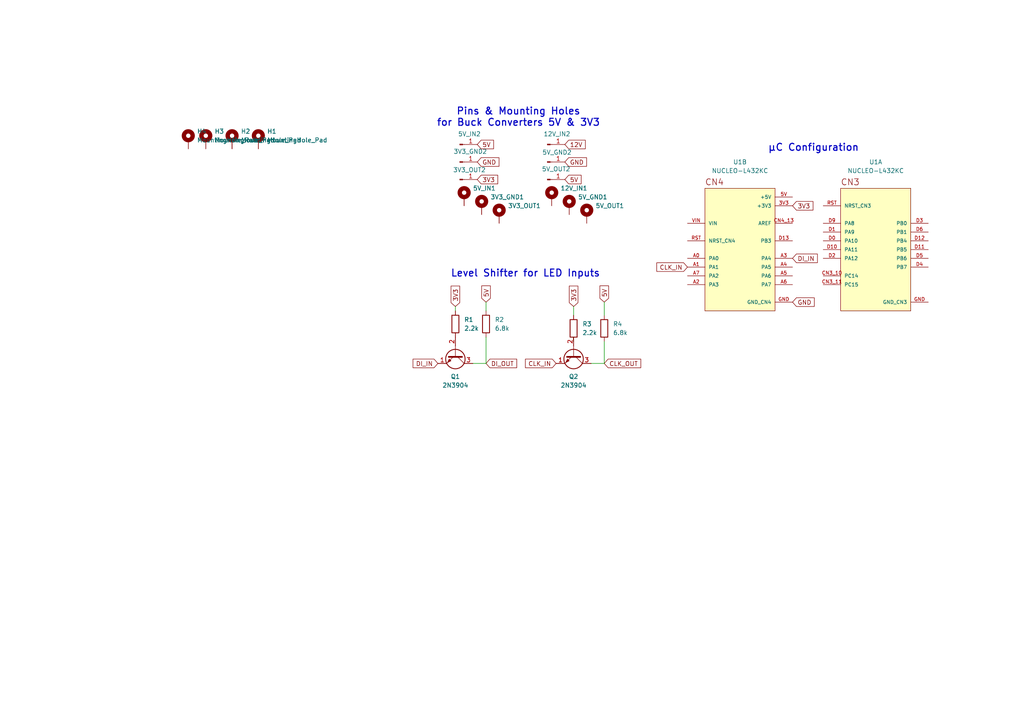
<source format=kicad_sch>
(kicad_sch (version 20250114) (generator "eeschema") (generator_version "9.0")
  (paper "A4")
  (title_block (title "HoloFan"))
  (lib_symbols
    (symbol "Connector:Conn_01x01_Pin" (pin_names (offset 1.016) (hide yes))
      (property "Reference" "J" (at 0 2.54 0))
      (property "Value" "Conn_01x01_Pin" (at 0 -2.54 0))
      (symbol "Conn_01x01_Pin_1_1"
        (rectangle (start 0.8636 0.127) (end 0 -0.127) (stroke (width 0.1524)) (fill (type outline)))
        (polyline (pts (xy 1.27 0) (xy 0.8636 0)) (stroke (width 0.1524)))
        (pin passive line (at 5.08 0 180) (length 3.81) (name "Pin_1") (number "1"))
      )
    )
    (symbol "Device:R" (pin_numbers (hide yes)) (pin_names (offset 0))
      (property "Reference" "R" (at 2.032 0 90))
      (property "Value" "R" (at 0 0 90))
      (symbol "R_0_1"
        (rectangle (start -1.016 -2.54) (end 1.016 2.54) (stroke (width 0.254)))
      )
      (symbol "R_1_1"
        (pin passive line (at 0 3.81 270) (length 1.27) (name "~") (number "1"))
        (pin passive line (at 0 -3.81 90) (length 1.27) (name "~") (number "2"))
      )
    )
    (symbol "Mechanical:MountingHole_Pad" (pin_numbers (hide yes)) (pin_names (offset 1.016) (hide yes)) (in_bom no)
      (property "Reference" "H" (at 0 6.35 0))
      (property "Value" "MountingHole_Pad" (at 0 4.445 0))
      (symbol "MountingHole_Pad_0_1"
        (circle (center 0 1.27) (radius 1.27) (stroke (width 1.27)))
      )
      (symbol "MountingHole_Pad_1_1"
        (pin input line (at 0 -2.54 90) (length 2.54) (name "1") (number "1"))
      )
    )
    (symbol "NUCLEO-L432KC:NUCLEO-L432KC" (pin_names (offset 1.016))
      (property "Reference" "U" (at -10.16 21.082 0))
      (property "Value" "NUCLEO-L432KC" (at -10.16 -20.32 0))
      (symbol "NUCLEO-L432KC_1_0"
        (rectangle (start -10.16 -17.78) (end 10.16 17.78) (stroke (width 0.1524)) (fill (type background)))
        (text "CN3" (at -10.16 18.542 0) (effects (font (size 1.778 1.778)) (justify left bottom)))
        (pin bidirectional line (at -15.24 12.7 0) (length 5.08) (name "NRST_CN3") (number "RST"))
        (pin bidirectional line (at -15.24 7.62 0) (length 5.08) (name "PA8") (number "D9"))
        (pin bidirectional line (at -15.24 5.08 0) (length 5.08) (name "PA9") (number "D1"))
        (pin bidirectional line (at -15.24 2.54 0) (length 5.08) (name "PA10") (number "D0"))
        (pin bidirectional line (at -15.24 0 0) (length 5.08) (name "PA11") (number "D10"))
        (pin bidirectional line (at -15.24 -2.54 0) (length 5.08) (name "PA12") (number "D2"))
        (pin bidirectional line (at -15.24 -7.62 0) (length 5.08) (name "PC14") (number "CN3_10"))
        (pin bidirectional line (at -15.24 -10.16 0) (length 5.08) (name "PC15") (number "CN3_11"))
        (pin bidirectional line (at 15.24 7.62 180) (length 5.08) (name "PB0") (number "D3"))
        (pin bidirectional line (at 15.24 5.08 180) (length 5.08) (name "PB1") (number "D6"))
        (pin bidirectional line (at 15.24 2.54 180) (length 5.08) (name "PB4") (number "D12"))
        (pin bidirectional line (at 15.24 0 180) (length 5.08) (name "PB5") (number "D11"))
        (pin bidirectional line (at 15.24 -2.54 180) (length 5.08) (name "PB6") (number "D5"))
        (pin bidirectional line (at 15.24 -5.08 180) (length 5.08) (name "PB7") (number "D4"))
        (pin power_in line (at 15.24 -15.24 180) (length 5.08) (name "GND_CN3") (number "GND"))
      )
      (symbol "NUCLEO-L432KC_2_0"
        (rectangle (start -10.16 -17.78) (end 10.16 17.78) (stroke (width 0.1524)) (fill (type background)))
        (text "CN4" (at -10.16 18.542 0) (effects (font (size 1.778 1.778)) (justify left bottom)))
        (pin input line (at -15.24 7.62 0) (length 5.08) (name "VIN") (number "VIN"))
        (pin bidirectional line (at -15.24 2.54 0) (length 5.08) (name "NRST_CN4") (number "RST"))
        (pin bidirectional line (at -15.24 -2.54 0) (length 5.08) (name "PA0") (number "A0"))
        (pin bidirectional line (at -15.24 -5.08 0) (length 5.08) (name "PA1") (number "A1"))
        (pin bidirectional line (at -15.24 -7.62 0) (length 5.08) (name "PA2") (number "A7"))
        (pin bidirectional line (at -15.24 -10.16 0) (length 5.08) (name "PA3") (number "A2"))
        (pin power_in line (at 15.24 15.24 180) (length 5.08) (name "+5V") (number "5V"))
        (pin power_in line (at 15.24 12.7 180) (length 5.08) (name "+3V3") (number "3V3"))
        (pin bidirectional line (at 15.24 7.62 180) (length 5.08) (name "AREF") (number "CN4_13"))
        (pin bidirectional line (at 15.24 2.54 180) (length 5.08) (name "PB3") (number "D13"))
        (pin bidirectional line (at 15.24 -2.54 180) (length 5.08) (name "PA4") (number "A3"))
        (pin bidirectional line (at 15.24 -5.08 180) (length 5.08) (name "PA5") (number "A4"))
        (pin bidirectional line (at 15.24 -7.62 180) (length 5.08) (name "PA6") (number "A5"))
        (pin bidirectional line (at 15.24 -10.16 180) (length 5.08) (name "PA7") (number "A6"))
        (pin power_in line (at 15.24 -15.24 180) (length 5.08) (name "GND_CN4") (number "GND"))
      )
    )
    (symbol "Transistor_BJT:2N3904" (pin_names (offset 0) (hide yes))
      (property "Reference" "Q" (at 5.08 1.905 0))
      (property "Value" "2N3904" (at 5.08 0 0))
      (symbol "2N3904_0_1"
        (polyline (pts (xy -2.54 0) (xy 0.635 0)))
        (polyline (pts (xy 0.635 1.905) (xy 0.635 -1.905)) (stroke (width 0.508)))
        (circle (center 1.27 0) (radius 2.8194) (stroke (width 0.254)))
      )
      (symbol "2N3904_1_1"
        (polyline (pts (xy 0.635 0.635) (xy 2.54 2.54)))
        (polyline (pts (xy 0.635 -0.635) (xy 2.54 -2.54)))
        (polyline (pts (xy 1.27 -1.778) (xy 1.778 -1.27) (xy 2.286 -2.286) (xy 1.27 -1.778)) (fill (type outline)))
        (pin input line (at -5.08 0 0) (length 2.54) (name "B") (number "2"))
        (pin passive line (at 2.54 5.08 270) (length 2.54) (name "C") (number "3"))
        (pin passive line (at 2.54 -5.08 90) (length 2.54) (name "E") (number "1"))
      )
    )
  )
  (text "µC Configuration\n" (at 235.966 42.926 0) (effects (font (size 2.032 2.032) (thickness 0.3048) (bold yes))))
  (text "Pins & Mounting Holes\nfor Buck Converters 5V & 3V3\n" (at 150.368 34.036 0) (effects (font (size 2.032 2.032) (thickness 0.3048) (bold yes))))
  (text "Level Shifter for LED Inputs\n\n" (at 152.4 81.026 0) (effects (font (size 2.032 2.032) (thickness 0.3048) (bold yes))))
  (wire (pts (xy 175.26 87.63) (xy 175.26 91.44)))
  (wire (pts (xy 137.16 105.41) (xy 140.97 105.41)))
  (wire (pts (xy 166.37 99.06) (xy 166.37 97.79)))
  (wire (pts (xy 171.45 105.41) (xy 175.26 105.41)))
  (wire (pts (xy 132.08 88.9) (xy 132.08 90.17)))
  (wire (pts (xy 166.37 88.9) (xy 166.37 91.44)))
  (wire (pts (xy 140.97 97.79) (xy 140.97 105.41)))
  (wire (pts (xy 140.97 87.63) (xy 140.97 90.17)))
  (wire (pts (xy 175.26 99.06) (xy 175.26 105.41)))
  (global_label "12V" (shape input) (at 163.83 41.91 0) (property "Intersheetrefs" "${INTERSHEET_REFS}" (effects (hide yes))))
  (global_label "CLK_IN" (shape input) (at 161.29 105.41 180) (property "Intersheetrefs" "${INTERSHEET_REFS}" (effects (hide yes))))
  (global_label "GND" (shape input) (at 229.87 87.63 0) (property "Intersheetrefs" "${INTERSHEET_REFS}" (effects (hide yes))))
  (global_label "DI_OUT" (shape input) (at 140.97 105.41 0) (property "Intersheetrefs" "${INTERSHEET_REFS}" (effects (hide yes))))
  (global_label "3V3" (shape input) (at 229.87 59.69 0) (property "Intersheetrefs" "${INTERSHEET_REFS}" (effects (hide yes))))
  (global_label "3V3" (shape input) (at 132.08 88.9 90) (property "Intersheetrefs" "${INTERSHEET_REFS}" (effects (hide yes))))
  (global_label "DI_IN" (shape input) (at 127 105.41 180) (property "Intersheetrefs" "${INTERSHEET_REFS}" (effects (hide yes))))
  (global_label "DI_IN" (shape input) (at 229.87 74.93 0) (property "Intersheetrefs" "${INTERSHEET_REFS}" (effects (hide yes))))
  (global_label "3V3" (shape input) (at 138.43 52.07 0) (property "Intersheetrefs" "${INTERSHEET_REFS}" (effects (hide yes))))
  (global_label "GND" (shape input) (at 163.83 46.99 0) (property "Intersheetrefs" "${INTERSHEET_REFS}" (effects (hide yes))))
  (global_label "CLK_OUT" (shape input) (at 175.26 105.41 0) (property "Intersheetrefs" "${INTERSHEET_REFS}" (effects (hide yes))))
  (global_label "5V" (shape input) (at 163.83 52.07 0) (property "Intersheetrefs" "${INTERSHEET_REFS}" (effects (hide yes))))
  (global_label "GND" (shape input) (at 138.43 46.99 0) (property "Intersheetrefs" "${INTERSHEET_REFS}" (effects (hide yes))))
  (global_label "5V" (shape input) (at 175.26 87.63 90) (property "Intersheetrefs" "${INTERSHEET_REFS}" (effects (hide yes))))
  (global_label "3V3" (shape input) (at 166.37 88.9 90) (property "Intersheetrefs" "${INTERSHEET_REFS}" (effects (hide yes))))
  (global_label "5V" (shape input) (at 140.97 87.63 90) (property "Intersheetrefs" "${INTERSHEET_REFS}" (effects (hide yes))))
  (global_label "5V" (shape input) (at 138.43 41.91 0) (property "Intersheetrefs" "${INTERSHEET_REFS}" (effects (hide yes))))
  (global_label "CLK_IN" (shape input) (at 199.39 77.47 180) (property "Intersheetrefs" "${INTERSHEET_REFS}" (effects (hide yes))))
  (symbol (lib_id "Connector:Conn_01x01_Pin") (at 133.35 46.99 0) (unit 1)
    (property "Reference" "3V3_GND2" (at 136.398 43.942 0))
    (property "Value" "Conn_01x01_Pin" (effects (hide yes)))
    (property "Footprint" "Connector_PinHeader_1.00mm:PinHeader_1x01_P1.00mm_Vertical" (effects (hide yes)))
    (property "Description" "Generic connector, single row, 01x01, script generated" (effects (hide yes)))
  )
  (symbol (lib_id "Mechanical:MountingHole_Pad") (at 54.61 40.64 0) (unit 1) (in_bom no)
    (property "Reference" "H4" (at 57.15 38.0999 0) (effects (justify left)))
    (property "Value" "MountingHole_Pad" (at 57.15 40.6399 0) (effects (justify left)))
    (property "Description" "Mounting Hole with connection" (effects (hide yes)))
  )
  (symbol (lib_id "Mechanical:MountingHole_Pad") (at 139.7 59.69 0) (unit 1) (in_bom no)
    (property "Reference" "3V3_GND1" (at 142.24 57.1499 0) (effects (justify left)))
    (property "Value" "MountingHole_Pad" (effects (hide yes)))
    (property "Footprint" "MountingHole:MountingHole_2.2mm_M2" (effects (hide yes)))
    (property "Description" "Mounting Hole with connection" (effects (hide yes)))
  )
  (symbol (lib_id "Mechanical:MountingHole_Pad") (at 74.93 40.64 0) (unit 1) (in_bom no)
    (property "Reference" "H1" (at 77.47 38.0999 0) (effects (justify left)))
    (property "Value" "MountingHole_Pad" (at 77.47 40.6399 0) (effects (justify left)))
    (property "Description" "Mounting Hole with connection" (effects (hide yes)))
  )
  (symbol (lib_id "Mechanical:MountingHole_Pad") (at 67.31 40.64 0) (unit 1) (in_bom no)
    (property "Reference" "H2" (at 69.85 38.0999 0) (effects (justify left)))
    (property "Value" "MountingHole_Pad" (at 69.85 40.6399 0) (effects (justify left)))
    (property "Description" "Mounting Hole with connection" (effects (hide yes)))
  )
  (symbol (lib_id "Connector:Conn_01x01_Pin") (at 133.35 41.91 0) (unit 1)
    (property "Reference" "5V_IN2" (at 136.144 38.862 0))
    (property "Value" "Conn_01x01_Pin" (effects (hide yes)))
    (property "Footprint" "Connector_PinHeader_1.00mm:PinHeader_1x01_P1.00mm_Vertical" (effects (hide yes)))
    (property "Description" "Generic connector, single row, 01x01, script generated" (effects (hide yes)))
  )
  (symbol (lib_id "Connector:Conn_01x01_Pin") (at 158.75 52.07 0) (unit 1)
    (property "Reference" "5V_OUT2" (at 161.29 49.022 0))
    (property "Value" "Conn_01x01_Pin" (effects (hide yes)))
    (property "Footprint" "Connector_PinHeader_1.00mm:PinHeader_1x01_P1.00mm_Vertical" (effects (hide yes)))
    (property "Description" "Generic connector, single row, 01x01, script generated" (effects (hide yes)))
  )
  (symbol (lib_id "Device:R") (at 140.97 93.98 0) (unit 1)
    (property "Reference" "R2" (at 143.51 92.7099 0) (effects (justify left)))
    (property "Value" "6.8k" (at 143.51 95.2499 0) (effects (justify left)))
    (property "Footprint" "Resistor_THT:R_Axial_DIN0207_L6.3mm_D2.5mm_P7.62mm_Horizontal" (effects (hide yes)))
    (property "Description" "Resistor" (effects (hide yes)))
  )
  (symbol (lib_id "Device:R") (at 166.37 95.25 0) (unit 1)
    (property "Reference" "R3" (at 168.91 93.9799 0) (effects (justify left)))
    (property "Value" "2.2k" (at 168.91 96.5199 0) (effects (justify left)))
    (property "Footprint" "Resistor_THT:R_Axial_DIN0207_L6.3mm_D2.5mm_P7.62mm_Horizontal" (effects (hide yes)))
    (property "Description" "Resistor" (effects (hide yes)))
  )
  (symbol (lib_id "Mechanical:MountingHole_Pad") (at 144.78 62.23 0) (unit 1) (in_bom no)
    (property "Reference" "3V3_OUT1" (at 147.32 59.6899 0) (effects (justify left)))
    (property "Value" "MountingHole_Pad" (effects (hide yes)))
    (property "Footprint" "MountingHole:MountingHole_2.2mm_M2" (effects (hide yes)))
    (property "Description" "Mounting Hole with connection" (effects (hide yes)))
  )
  (symbol (lib_id "Mechanical:MountingHole_Pad") (at 170.18 62.23 0) (unit 1) (in_bom no)
    (property "Reference" "5V_OUT1" (at 172.72 59.6899 0) (effects (justify left)))
    (property "Value" "MountingHole_Pad" (effects (hide yes)))
    (property "Footprint" "MountingHole:MountingHole_2.2mm_M2" (effects (hide yes)))
    (property "Description" "Mounting Hole with connection" (effects (hide yes)))
  )
  (symbol (lib_id "NUCLEO-L432KC:NUCLEO-L432KC") (at 254 72.39 0) (unit 1)
    (property "Reference" "U1" (at 254 46.99 0))
    (property "Value" "NUCLEO-L432KC" (at 254 49.53 0))
    (property "Footprint" "NUCLEO-L432KC:MODULE_NUCLEO-L432KC" (effects (hide yes)))
    (property "MF" "STMicroelectronics" (effects (hide yes)))
    (property "MAXIMUM_PACKAGE_HEIGHT" "N/A" (effects (hide yes)))
    (property "Package" "None" (effects (hide yes)))
    (property "Price" "None" (effects (hide yes)))
    (property "Check_prices" "https://www.snapeda.com/parts/NUCLEO-L432KC/STMicroelectronics/view-part/?ref=eda" (effects (hide yes)))
    (property "STANDARD" "Manufacturer Recommendations" (effects (hide yes)))
    (property "PARTREV" "N/A" (effects (hide yes)))
    (property "SnapEDA_Link" "https://www.snapeda.com/parts/NUCLEO-L432KC/STMicroelectronics/view-part/?ref=snap" (effects (hide yes)))
    (property "MP" "NUCLEO-L432KC" (effects (hide yes)))
    (property "Description_1" "STM32L432KC, mbed-Enabled Development Nucleo-32 STM32L4 ARM® Cortex®-M4 MCU 32-Bit Embedded Evaluation Board" (effects (hide yes)))
    (property "Availability" "In Stock" (effects (hide yes)))
    (property "MANUFACTURER" "ST Microelectronics" (effects (hide yes)))
  )
  (symbol (lib_id "Mechanical:MountingHole_Pad") (at 59.69 40.64 0) (unit 1) (in_bom no)
    (property "Reference" "H3" (at 62.23 38.0999 0) (effects (justify left)))
    (property "Value" "MountingHole_Pad" (at 62.23 40.6399 0) (effects (justify left)))
    (property "Description" "Mounting Hole with connection" (effects (hide yes)))
  )
  (symbol (lib_id "Mechanical:MountingHole_Pad") (at 160.02 57.15 0) (unit 1) (in_bom no)
    (property "Reference" "12V_IN1" (at 162.56 54.6099 0) (effects (justify left)))
    (property "Value" "MountingHole_Pad" (effects (hide yes)))
    (property "Footprint" "MountingHole:MountingHole_2.2mm_M2" (effects (hide yes)))
    (property "Description" "Mounting Hole with connection" (effects (hide yes)))
  )
  (symbol (lib_id "Mechanical:MountingHole_Pad") (at 165.1 59.69 0) (unit 1) (in_bom no)
    (property "Reference" "5V_GND1" (at 167.64 57.1499 0) (effects (justify left)))
    (property "Value" "MountingHole_Pad" (effects (hide yes)))
    (property "Footprint" "MountingHole:MountingHole_2.2mm_M2" (effects (hide yes)))
    (property "Description" "Mounting Hole with connection" (effects (hide yes)))
  )
  (symbol (lib_id "Transistor_BJT:2N3904") (at 166.37 102.87 270) (unit 1)
    (property "Reference" "Q2" (at 166.37 109.22 90))
    (property "Value" "2N3904" (at 166.37 111.76 90))
    (property "Footprint" "Package_TO_SOT_THT:TO-92_Inline" (effects (hide yes)))
    (property "Datasheet" "https://www.onsemi.com/pub/Collateral/2N3903-D.PDF" (effects (hide yes)))
    (property "Description" "0.2A Ic, 40V Vce, Small Signal NPN Transistor, TO-92" (effects (hide yes)))
  )
  (symbol (lib_id "Connector:Conn_01x01_Pin") (at 158.75 46.99 0) (unit 1)
    (property "Reference" "5V_GND2" (at 161.544 44.196 0))
    (property "Value" "Conn_01x01_Pin" (effects (hide yes)))
    (property "Footprint" "Connector_PinHeader_1.00mm:PinHeader_1x01_P1.00mm_Vertical" (effects (hide yes)))
    (property "Description" "Generic connector, single row, 01x01, script generated" (effects (hide yes)))
  )
  (symbol (lib_id "Mechanical:MountingHole_Pad") (at 134.62 57.15 0) (unit 1) (in_bom no)
    (property "Reference" "5V_IN1" (at 137.16 54.6099 0) (effects (justify left)))
    (property "Value" "MountingHole_Pad" (effects (hide yes)))
    (property "Footprint" "MountingHole:MountingHole_2.2mm_M2" (effects (hide yes)))
    (property "Description" "Mounting Hole with connection" (effects (hide yes)))
  )
  (symbol (lib_id "Device:R") (at 132.08 93.98 0) (unit 1)
    (property "Reference" "R1" (at 134.62 92.7099 0) (effects (justify left)))
    (property "Value" "2.2k" (at 134.62 95.2499 0) (effects (justify left)))
    (property "Footprint" "Resistor_THT:R_Axial_DIN0207_L6.3mm_D2.5mm_P7.62mm_Horizontal" (effects (hide yes)))
    (property "Description" "Resistor" (effects (hide yes)))
  )
  (symbol (lib_id "NUCLEO-L432KC:NUCLEO-L432KC") (at 214.63 72.39 0) (unit 2)
    (property "Reference" "U1" (at 214.63 46.99 0))
    (property "Value" "NUCLEO-L432KC" (at 214.63 49.53 0))
    (property "Footprint" "NUCLEO-L432KC:MODULE_NUCLEO-L432KC" (effects (hide yes)))
    (property "MF" "STMicroelectronics" (effects (hide yes)))
    (property "MAXIMUM_PACKAGE_HEIGHT" "N/A" (effects (hide yes)))
    (property "Package" "None" (effects (hide yes)))
    (property "Price" "None" (effects (hide yes)))
    (property "Check_prices" "https://www.snapeda.com/parts/NUCLEO-L432KC/STMicroelectronics/view-part/?ref=eda" (effects (hide yes)))
    (property "STANDARD" "Manufacturer Recommendations" (effects (hide yes)))
    (property "PARTREV" "N/A" (effects (hide yes)))
    (property "SnapEDA_Link" "https://www.snapeda.com/parts/NUCLEO-L432KC/STMicroelectronics/view-part/?ref=snap" (effects (hide yes)))
    (property "MP" "NUCLEO-L432KC" (effects (hide yes)))
    (property "Description_1" "STM32L432KC, mbed-Enabled Development Nucleo-32 STM32L4 ARM® Cortex®-M4 MCU 32-Bit Embedded Evaluation Board" (effects (hide yes)))
    (property "Availability" "In Stock" (effects (hide yes)))
    (property "MANUFACTURER" "ST Microelectronics" (effects (hide yes)))
  )
  (symbol (lib_id "Transistor_BJT:2N3904") (at 132.08 102.87 270) (unit 1)
    (property "Reference" "Q1" (at 132.08 109.22 90))
    (property "Value" "2N3904" (at 132.08 111.76 90))
    (property "Footprint" "Package_TO_SOT_THT:TO-92_Inline" (effects (hide yes)))
    (property "Datasheet" "https://www.onsemi.com/pub/Collateral/2N3903-D.PDF" (effects (hide yes)))
    (property "Description" "0.2A Ic, 40V Vce, Small Signal NPN Transistor, TO-92" (effects (hide yes)))
  )
  (symbol (lib_id "Connector:Conn_01x01_Pin") (at 158.75 41.91 0) (unit 1)
    (property "Reference" "12V_IN2" (at 161.544 38.862 0))
    (property "Value" "Conn_01x01_Pin" (effects (hide yes)))
    (property "Footprint" "Connector_PinHeader_1.00mm:PinHeader_1x01_P1.00mm_Vertical" (effects (hide yes)))
    (property "Description" "Generic connector, single row, 01x01, script generated" (effects (hide yes)))
  )
  (symbol (lib_id "Device:R") (at 175.26 95.25 0) (unit 1)
    (property "Reference" "R4" (at 177.8 93.9799 0) (effects (justify left)))
    (property "Value" "6.8k" (at 177.8 96.5199 0) (effects (justify left)))
    (property "Footprint" "Resistor_THT:R_Axial_DIN0207_L6.3mm_D2.5mm_P7.62mm_Horizontal" (effects (hide yes)))
    (property "Description" "Resistor" (effects (hide yes)))
  )
  (symbol (lib_id "Connector:Conn_01x01_Pin") (at 133.35 52.07 0) (unit 1)
    (property "Reference" "3V3_OUT2" (at 136.144 49.276 0))
    (property "Value" "Conn_01x01_Pin" (effects (hide yes)))
    (property "Footprint" "Connector_PinHeader_1.00mm:PinHeader_1x01_P1.00mm_Vertical" (effects (hide yes)))
    (property "Description" "Generic connector, single row, 01x01, script generated" (effects (hide yes)))
  )
)
</source>
